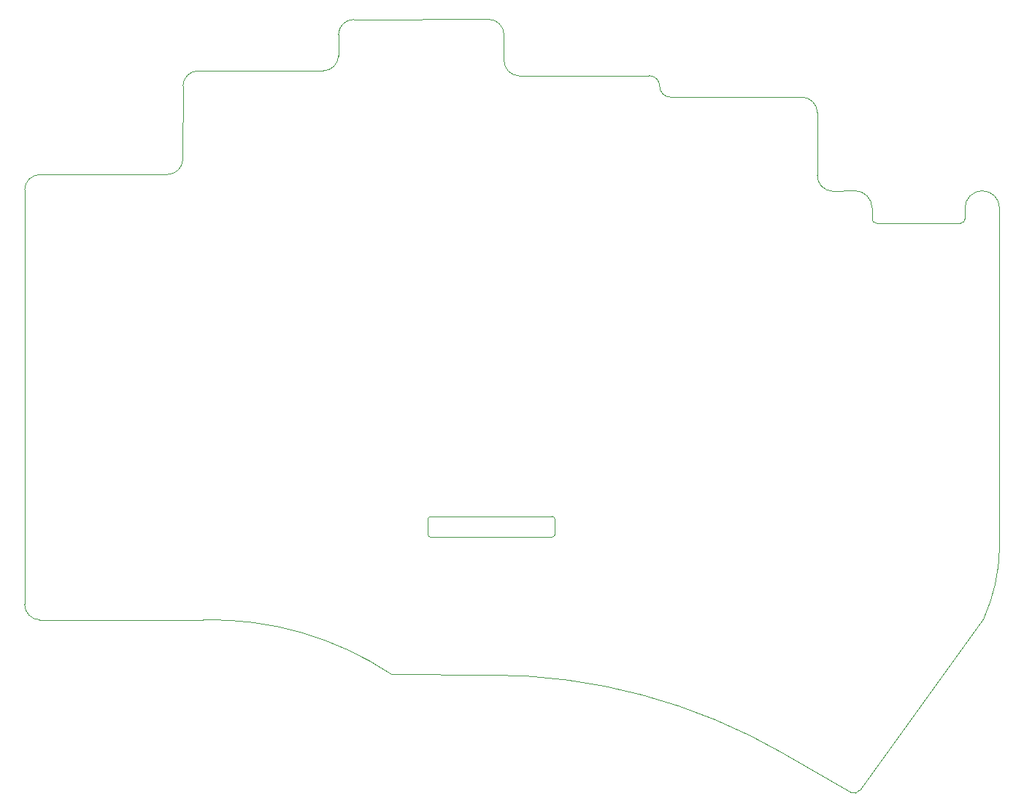
<source format=gm1>
G04 #@! TF.GenerationSoftware,KiCad,Pcbnew,7.0.2-0*
G04 #@! TF.CreationDate,2023-06-25T18:15:39+02:00*
G04 #@! TF.ProjectId,arkenswoop,61726b65-6e73-4776-9f6f-702e6b696361,0.6.0*
G04 #@! TF.SameCoordinates,Original*
G04 #@! TF.FileFunction,Profile,NP*
%FSLAX46Y46*%
G04 Gerber Fmt 4.6, Leading zero omitted, Abs format (unit mm)*
G04 Created by KiCad (PCBNEW 7.0.2-0) date 2023-06-25 18:15:39*
%MOMM*%
%LPD*%
G01*
G04 APERTURE LIST*
G04 #@! TA.AperFunction,Profile*
%ADD10C,0.050000*%
G04 #@! TD*
G04 APERTURE END LIST*
D10*
X61188833Y-79869010D02*
X61188833Y-127991349D01*
X153150000Y-78150000D02*
X153145111Y-70933883D01*
X174281315Y-81999689D02*
X174281568Y-121466832D01*
X174281353Y-81999689D02*
G75*
G03*
X172281326Y-79999547I-2000153J-11D01*
G01*
X133616117Y-66633883D02*
X118540222Y-66661837D01*
X116795111Y-61894135D02*
X116795111Y-64867702D01*
X115050000Y-60100000D02*
X99389516Y-60113430D01*
X134866117Y-67883883D02*
G75*
G03*
X133616117Y-66633883I-1250017J-17D01*
G01*
X134866117Y-67883883D02*
G75*
G03*
X136116117Y-69133883I1249983J-17D01*
G01*
X79547715Y-67826168D02*
X79543548Y-76357158D01*
X99389516Y-60113394D02*
G75*
G03*
X97595381Y-61858541I-16J-1794806D01*
G01*
X169781008Y-83749414D02*
G75*
G03*
X170281014Y-83249463I92J499914D01*
G01*
X115235769Y-136194832D02*
X103694979Y-136082549D01*
X77745029Y-78114927D02*
X62983651Y-78123526D01*
X170281014Y-83249463D02*
X170281190Y-81999538D01*
X81900000Y-129800000D02*
X62944009Y-129795833D01*
X157030886Y-149825076D02*
X149229607Y-145303912D01*
X116795088Y-61894135D02*
G75*
G03*
X115050000Y-60100000I-1794788J35D01*
G01*
X154887029Y-80037186D02*
X157500000Y-80000000D01*
X159500000Y-82000133D02*
G75*
G03*
X157500000Y-80000000I-2000100J33D01*
G01*
X153145040Y-70933883D02*
G75*
G03*
X151400000Y-69139748I-1794740J83D01*
G01*
X172480639Y-129591383D02*
G75*
G03*
X174281566Y-121466832I-19080639J8491383D01*
G01*
X151400000Y-69139748D02*
X136116117Y-69133883D01*
X77745029Y-78114920D02*
G75*
G03*
X79543548Y-76357158I-8629J1807820D01*
G01*
X149229606Y-145303913D02*
G75*
G03*
X115235769Y-136194832I-33993836J-58875617D01*
G01*
X159499984Y-82000133D02*
X159500165Y-83250065D01*
X157030888Y-149825073D02*
G75*
G03*
X158055405Y-149550557I375012J649473D01*
G01*
X159500132Y-83250065D02*
G75*
G03*
X160000164Y-83750068I500068J65D01*
G01*
X62983651Y-78123538D02*
G75*
G03*
X61188834Y-79869010I-51J-1795462D01*
G01*
X103694982Y-136082545D02*
G75*
G03*
X81900000Y-129800001I-20857682J-31411955D01*
G01*
X172281326Y-79999490D02*
G75*
G03*
X170281190Y-81999538I-126J-2000010D01*
G01*
X95805865Y-66083289D02*
G75*
G03*
X97600000Y-64338143I-65J1794889D01*
G01*
X97595381Y-61858541D02*
X97600000Y-64338143D01*
X158055405Y-149550557D02*
X172480640Y-129591384D01*
X116795076Y-64867702D02*
G75*
G03*
X118540222Y-66661836I1794824J2D01*
G01*
X95805865Y-66083254D02*
X81352199Y-66070992D01*
X153149941Y-78149997D02*
G75*
G03*
X154887029Y-80037185I1786659J-98503D01*
G01*
X61188775Y-127991349D02*
G75*
G03*
X62944009Y-129795833I1805225J49D01*
G01*
X160000164Y-83750068D02*
X169781008Y-83749464D01*
X81352199Y-66071022D02*
G75*
G03*
X79547715Y-67826168I1J-1805178D01*
G01*
X107987509Y-119900624D02*
X107987509Y-118100624D01*
X108283509Y-120200624D02*
X122383509Y-120200624D01*
X122383509Y-117800624D02*
X108287509Y-117800624D01*
X122683509Y-119900624D02*
X122683509Y-118100624D01*
X108287509Y-117800624D02*
G75*
G03*
X107987509Y-118100624I0J-300000D01*
G01*
X107987509Y-119900624D02*
G75*
G03*
X108287509Y-120200624I300000J0D01*
G01*
X122683509Y-118100624D02*
G75*
G03*
X122383509Y-117800624I-300000J0D01*
G01*
X122383509Y-120200624D02*
G75*
G03*
X122683509Y-119900624I0J300000D01*
G01*
M02*

</source>
